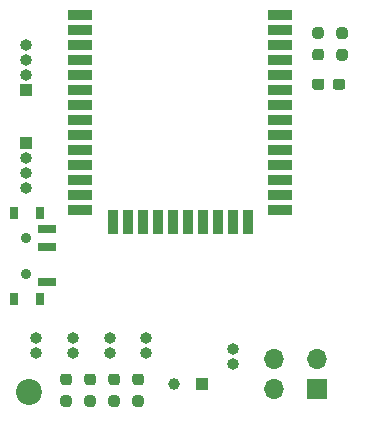
<source format=gbr>
%TF.GenerationSoftware,KiCad,Pcbnew,(5.1.9)-1*%
%TF.CreationDate,2021-12-28T23:28:00-05:00*%
%TF.ProjectId,vr15,76723135-2e6b-4696-9361-645f70636258,rev?*%
%TF.SameCoordinates,Original*%
%TF.FileFunction,Soldermask,Bot*%
%TF.FilePolarity,Negative*%
%FSLAX46Y46*%
G04 Gerber Fmt 4.6, Leading zero omitted, Abs format (unit mm)*
G04 Created by KiCad (PCBNEW (5.1.9)-1) date 2021-12-28 23:28:00*
%MOMM*%
%LPD*%
G01*
G04 APERTURE LIST*
%ADD10C,2.200000*%
%ADD11O,1.000000X1.000000*%
%ADD12R,1.000000X1.000000*%
%ADD13R,0.800000X1.000000*%
%ADD14R,1.500000X0.700000*%
%ADD15C,0.900000*%
%ADD16C,1.000000*%
%ADD17O,1.700000X1.700000*%
%ADD18R,2.000000X0.900000*%
%ADD19R,0.900000X2.000000*%
%ADD20R,1.700000X1.700000*%
G04 APERTURE END LIST*
D10*
%TO.C,H1*%
X89281000Y-117475000D03*
%TD*%
D11*
%TO.C,J107*%
X89027000Y-88138000D03*
X89027000Y-89408000D03*
X89027000Y-90678000D03*
D12*
X89027000Y-91948000D03*
%TD*%
D13*
%TO.C,SW101*%
X90213400Y-109618800D03*
X90213400Y-102318800D03*
X88003400Y-102318800D03*
X88003400Y-109618800D03*
D14*
X90863400Y-103718800D03*
X90863400Y-105218800D03*
X90863400Y-108218800D03*
D15*
X89103400Y-104468800D03*
X89103400Y-107468800D03*
%TD*%
D12*
%TO.C,TP2*%
X104000000Y-116840000D03*
%TD*%
D16*
%TO.C,TP1*%
X101600000Y-116840000D03*
%TD*%
%TO.C,D2*%
G36*
G01*
X114331000Y-91202500D02*
X114331000Y-91677500D01*
G75*
G02*
X114093500Y-91915000I-237500J0D01*
G01*
X113518500Y-91915000D01*
G75*
G02*
X113281000Y-91677500I0J237500D01*
G01*
X113281000Y-91202500D01*
G75*
G02*
X113518500Y-90965000I237500J0D01*
G01*
X114093500Y-90965000D01*
G75*
G02*
X114331000Y-91202500I0J-237500D01*
G01*
G37*
G36*
G01*
X116081000Y-91202500D02*
X116081000Y-91677500D01*
G75*
G02*
X115843500Y-91915000I-237500J0D01*
G01*
X115268500Y-91915000D01*
G75*
G02*
X115031000Y-91677500I0J237500D01*
G01*
X115031000Y-91202500D01*
G75*
G02*
X115268500Y-90965000I237500J0D01*
G01*
X115843500Y-90965000D01*
G75*
G02*
X116081000Y-91202500I0J-237500D01*
G01*
G37*
%TD*%
D17*
%TO.C,J101*%
X110045500Y-114744500D03*
X110045500Y-117284500D03*
%TD*%
D11*
%TO.C,J102*%
X106616500Y-115125500D03*
X106616500Y-113855500D03*
%TD*%
%TO.C,J106*%
X99250500Y-114236500D03*
X99250500Y-112966500D03*
%TD*%
%TO.C,J105*%
X96139000Y-114236500D03*
X96139000Y-112966500D03*
%TD*%
%TO.C,J104*%
X93027500Y-114236500D03*
X93027500Y-112966500D03*
%TD*%
%TO.C,J103*%
X89916000Y-114236500D03*
X89916000Y-112966500D03*
%TD*%
D18*
%TO.C,U2*%
X93608000Y-85598000D03*
X93608000Y-86868000D03*
X93608000Y-88138000D03*
X93608000Y-89408000D03*
X93608000Y-90678000D03*
X93608000Y-91948000D03*
X93608000Y-93218000D03*
X93608000Y-94488000D03*
X93608000Y-95758000D03*
X93608000Y-97028000D03*
X93608000Y-98298000D03*
X93608000Y-99568000D03*
X93608000Y-100838000D03*
X93608000Y-102108000D03*
D19*
X96393000Y-103108000D03*
X97663000Y-103108000D03*
X98933000Y-103108000D03*
X100203000Y-103108000D03*
X101473000Y-103108000D03*
X102743000Y-103108000D03*
X104013000Y-103108000D03*
X105283000Y-103108000D03*
X106553000Y-103108000D03*
X107823000Y-103108000D03*
D18*
X110608000Y-102108000D03*
X110608000Y-100838000D03*
X110608000Y-99568000D03*
X110608000Y-98298000D03*
X110608000Y-97028000D03*
X110608000Y-95758000D03*
X110608000Y-94488000D03*
X110608000Y-93218000D03*
X110608000Y-91948000D03*
X110608000Y-90678000D03*
X110608000Y-89408000D03*
X110608000Y-88138000D03*
X110608000Y-86868000D03*
X110608000Y-85598000D03*
%TD*%
%TO.C,R101*%
G36*
G01*
X116061500Y-87609500D02*
X115586500Y-87609500D01*
G75*
G02*
X115349000Y-87372000I0J237500D01*
G01*
X115349000Y-86872000D01*
G75*
G02*
X115586500Y-86634500I237500J0D01*
G01*
X116061500Y-86634500D01*
G75*
G02*
X116299000Y-86872000I0J-237500D01*
G01*
X116299000Y-87372000D01*
G75*
G02*
X116061500Y-87609500I-237500J0D01*
G01*
G37*
G36*
G01*
X116061500Y-89434500D02*
X115586500Y-89434500D01*
G75*
G02*
X115349000Y-89197000I0J237500D01*
G01*
X115349000Y-88697000D01*
G75*
G02*
X115586500Y-88459500I237500J0D01*
G01*
X116061500Y-88459500D01*
G75*
G02*
X116299000Y-88697000I0J-237500D01*
G01*
X116299000Y-89197000D01*
G75*
G02*
X116061500Y-89434500I-237500J0D01*
G01*
G37*
%TD*%
D17*
%TO.C,J1*%
X113728500Y-114744500D03*
D20*
X113728500Y-117284500D03*
%TD*%
%TO.C,R110*%
G36*
G01*
X98314500Y-117773000D02*
X98789500Y-117773000D01*
G75*
G02*
X99027000Y-118010500I0J-237500D01*
G01*
X99027000Y-118510500D01*
G75*
G02*
X98789500Y-118748000I-237500J0D01*
G01*
X98314500Y-118748000D01*
G75*
G02*
X98077000Y-118510500I0J237500D01*
G01*
X98077000Y-118010500D01*
G75*
G02*
X98314500Y-117773000I237500J0D01*
G01*
G37*
G36*
G01*
X98314500Y-115948000D02*
X98789500Y-115948000D01*
G75*
G02*
X99027000Y-116185500I0J-237500D01*
G01*
X99027000Y-116685500D01*
G75*
G02*
X98789500Y-116923000I-237500J0D01*
G01*
X98314500Y-116923000D01*
G75*
G02*
X98077000Y-116685500I0J237500D01*
G01*
X98077000Y-116185500D01*
G75*
G02*
X98314500Y-115948000I237500J0D01*
G01*
G37*
%TD*%
D11*
%TO.C,J108*%
X89027000Y-100203000D03*
X89027000Y-98933000D03*
X89027000Y-97663000D03*
D12*
X89027000Y-96393000D03*
%TD*%
%TO.C,R107*%
G36*
G01*
X96282500Y-117773000D02*
X96757500Y-117773000D01*
G75*
G02*
X96995000Y-118010500I0J-237500D01*
G01*
X96995000Y-118510500D01*
G75*
G02*
X96757500Y-118748000I-237500J0D01*
G01*
X96282500Y-118748000D01*
G75*
G02*
X96045000Y-118510500I0J237500D01*
G01*
X96045000Y-118010500D01*
G75*
G02*
X96282500Y-117773000I237500J0D01*
G01*
G37*
G36*
G01*
X96282500Y-115948000D02*
X96757500Y-115948000D01*
G75*
G02*
X96995000Y-116185500I0J-237500D01*
G01*
X96995000Y-116685500D01*
G75*
G02*
X96757500Y-116923000I-237500J0D01*
G01*
X96282500Y-116923000D01*
G75*
G02*
X96045000Y-116685500I0J237500D01*
G01*
X96045000Y-116185500D01*
G75*
G02*
X96282500Y-115948000I237500J0D01*
G01*
G37*
%TD*%
%TO.C,R106*%
G36*
G01*
X94250500Y-117773000D02*
X94725500Y-117773000D01*
G75*
G02*
X94963000Y-118010500I0J-237500D01*
G01*
X94963000Y-118510500D01*
G75*
G02*
X94725500Y-118748000I-237500J0D01*
G01*
X94250500Y-118748000D01*
G75*
G02*
X94013000Y-118510500I0J237500D01*
G01*
X94013000Y-118010500D01*
G75*
G02*
X94250500Y-117773000I237500J0D01*
G01*
G37*
G36*
G01*
X94250500Y-115948000D02*
X94725500Y-115948000D01*
G75*
G02*
X94963000Y-116185500I0J-237500D01*
G01*
X94963000Y-116685500D01*
G75*
G02*
X94725500Y-116923000I-237500J0D01*
G01*
X94250500Y-116923000D01*
G75*
G02*
X94013000Y-116685500I0J237500D01*
G01*
X94013000Y-116185500D01*
G75*
G02*
X94250500Y-115948000I237500J0D01*
G01*
G37*
%TD*%
%TO.C,R103*%
G36*
G01*
X92218500Y-117773000D02*
X92693500Y-117773000D01*
G75*
G02*
X92931000Y-118010500I0J-237500D01*
G01*
X92931000Y-118510500D01*
G75*
G02*
X92693500Y-118748000I-237500J0D01*
G01*
X92218500Y-118748000D01*
G75*
G02*
X91981000Y-118510500I0J237500D01*
G01*
X91981000Y-118010500D01*
G75*
G02*
X92218500Y-117773000I237500J0D01*
G01*
G37*
G36*
G01*
X92218500Y-115948000D02*
X92693500Y-115948000D01*
G75*
G02*
X92931000Y-116185500I0J-237500D01*
G01*
X92931000Y-116685500D01*
G75*
G02*
X92693500Y-116923000I-237500J0D01*
G01*
X92218500Y-116923000D01*
G75*
G02*
X91981000Y-116685500I0J237500D01*
G01*
X91981000Y-116185500D01*
G75*
G02*
X92218500Y-115948000I237500J0D01*
G01*
G37*
%TD*%
%TO.C,R102*%
G36*
G01*
X113554500Y-88436000D02*
X114029500Y-88436000D01*
G75*
G02*
X114267000Y-88673500I0J-237500D01*
G01*
X114267000Y-89173500D01*
G75*
G02*
X114029500Y-89411000I-237500J0D01*
G01*
X113554500Y-89411000D01*
G75*
G02*
X113317000Y-89173500I0J237500D01*
G01*
X113317000Y-88673500D01*
G75*
G02*
X113554500Y-88436000I237500J0D01*
G01*
G37*
G36*
G01*
X113554500Y-86611000D02*
X114029500Y-86611000D01*
G75*
G02*
X114267000Y-86848500I0J-237500D01*
G01*
X114267000Y-87348500D01*
G75*
G02*
X114029500Y-87586000I-237500J0D01*
G01*
X113554500Y-87586000D01*
G75*
G02*
X113317000Y-87348500I0J237500D01*
G01*
X113317000Y-86848500D01*
G75*
G02*
X113554500Y-86611000I237500J0D01*
G01*
G37*
%TD*%
M02*

</source>
